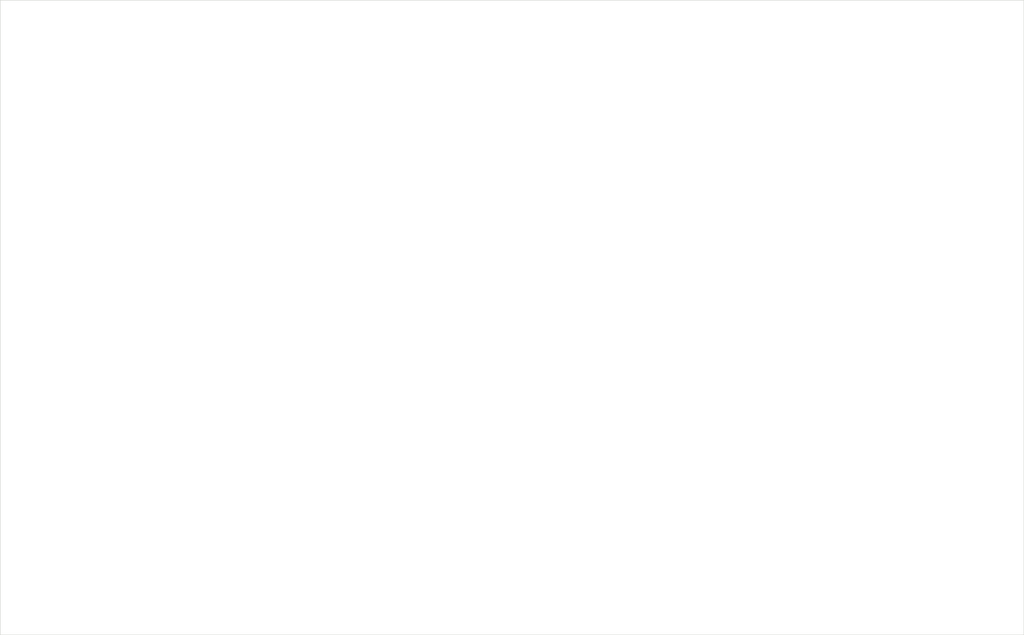
<source format=kicad_pcb>
(kicad_pcb (version 20171130) (host pcbnew "(5.1.7)-1")

  (general
    (thickness 1.6)
    (drawings 4)
    (tracks 0)
    (zones 0)
    (modules 0)
    (nets 1)
  )

  (page A4)
  (layers
    (0 F.Cu signal)
    (31 B.Cu signal)
    (32 B.Adhes user)
    (33 F.Adhes user)
    (34 B.Paste user)
    (35 F.Paste user)
    (36 B.SilkS user)
    (37 F.SilkS user)
    (38 B.Mask user)
    (39 F.Mask user)
    (40 Dwgs.User user)
    (41 Cmts.User user)
    (42 Eco1.User user)
    (43 Eco2.User user)
    (44 Edge.Cuts user)
    (45 Margin user)
    (46 B.CrtYd user)
    (47 F.CrtYd user)
    (48 B.Fab user)
    (49 F.Fab user)
  )

  (setup
    (last_trace_width 0.25)
    (trace_clearance 0.2)
    (zone_clearance 0.508)
    (zone_45_only no)
    (trace_min 0.2)
    (via_size 0.8)
    (via_drill 0.4)
    (via_min_size 0.4)
    (via_min_drill 0.3)
    (uvia_size 0.3)
    (uvia_drill 0.1)
    (uvias_allowed no)
    (uvia_min_size 0.2)
    (uvia_min_drill 0.1)
    (edge_width 0.05)
    (segment_width 0.2)
    (pcb_text_width 0.3)
    (pcb_text_size 1.5 1.5)
    (mod_edge_width 0.12)
    (mod_text_size 1 1)
    (mod_text_width 0.15)
    (pad_size 1.524 1.524)
    (pad_drill 0.762)
    (pad_to_mask_clearance 0)
    (aux_axis_origin 0 0)
    (grid_origin 12 12)
    (visible_elements FFFFFF7F)
    (pcbplotparams
      (layerselection 0x010fc_ffffffff)
      (usegerberextensions false)
      (usegerberattributes true)
      (usegerberadvancedattributes true)
      (creategerberjobfile true)
      (excludeedgelayer true)
      (linewidth 0.100000)
      (plotframeref false)
      (viasonmask false)
      (mode 1)
      (useauxorigin false)
      (hpglpennumber 1)
      (hpglpenspeed 20)
      (hpglpendiameter 15.000000)
      (psnegative false)
      (psa4output false)
      (plotreference true)
      (plotvalue true)
      (plotinvisibletext false)
      (padsonsilk false)
      (subtractmaskfromsilk false)
      (outputformat 1)
      (mirror false)
      (drillshape 1)
      (scaleselection 1)
      (outputdirectory ""))
  )

  (net 0 "")

  (net_class Default "This is the default net class."
    (clearance 0.2)
    (trace_width 0.25)
    (via_dia 0.8)
    (via_drill 0.4)
    (uvia_dia 0.3)
    (uvia_drill 0.1)
  )

  (gr_line (start 212 12) (end 212 136) (layer Edge.Cuts) (width 0.1))
  (gr_line (start 12 12) (end 212 12) (layer Edge.Cuts) (width 0.1))
  (gr_line (start 12 136) (end 12 12) (layer Edge.Cuts) (width 0.1))
  (gr_line (start 212 136) (end 12 136) (layer Edge.Cuts) (width 0.1))

)

</source>
